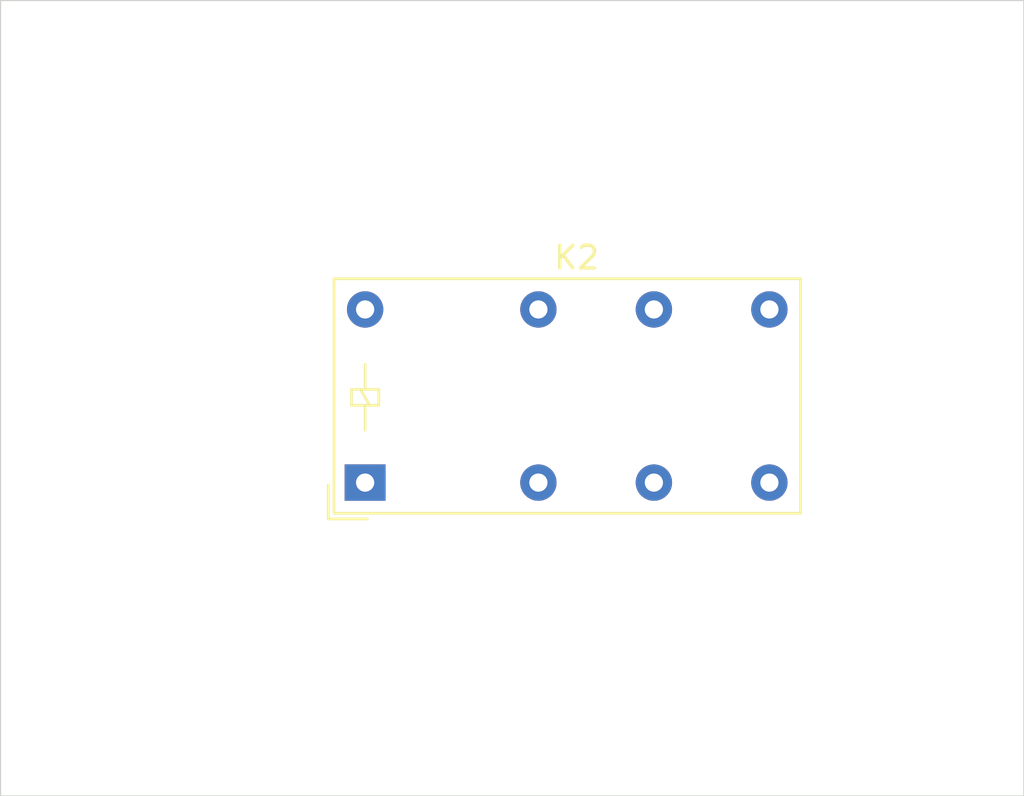
<source format=kicad_pcb>
(kicad_pcb (version 20240108) (generator "pcbnew") (generator_version "8.0")
  (layers (0 "F.Cu" signal) (31 "B.Cu" signal) (34 "B.Paste" user) (35 "F.Paste" user) (36 "B.SilkS" user "B.Silkscreen") (37 "F.SilkS" user "F.Silkscreen") (38 "B.Mask" user) (39 "F.Mask" user) (44 "Edge.Cuts" user))
  (net 0 "")
  (footprint "My-Library:TIANBO-HJR1-2CL-05V-footer" (layer "F.Cu") (at 140.0825 87.1375)
    (property "Reference" "K2" (at 9.3 -9.9 0) (layer "F.SilkS"))
    (property "Value" "TIANBO-HJR1-2CL-05V")
    (fp_line (start -1.62 1.6) (end -1.62 0.1) (stroke (width 0.12)) (layer "F.SilkS"))
    (fp_line (start -1.37 -8.97) (end 19.15 -8.97) (stroke (width 0.12)) (layer "F.SilkS"))
    (fp_line (start -1.37 1.35) (end -1.37 -8.97) (stroke (width 0.12)) (layer "F.SilkS"))
    (fp_line (start -0.6 -4.1) (end -0.6 -3.4) (stroke (width 0.12)) (layer "F.SilkS"))
    (fp_line (start -0.6 -3.4) (end 0.6 -3.4) (stroke (width 0.12)) (layer "F.SilkS"))
    (fp_line (start 0 -4.1) (end 0 -5.2) (stroke (width 0.12)) (layer "F.SilkS"))
    (fp_line (start 0 -3.4) (end 0 -2.3) (stroke (width 0.12)) (layer "F.SilkS"))
    (fp_line (start 0.1 1.6) (end -1.62 1.6) (stroke (width 0.12)) (layer "F.SilkS"))
    (fp_line (start 0.2 -3.4) (end -0.2 -4.1) (stroke (width 0.12)) (layer "F.SilkS"))
    (fp_line (start 0.6 -4.1) (end -0.6 -4.1) (stroke (width 0.12)) (layer "F.SilkS"))
    (fp_line (start 0.6 -3.4) (end 0.6 -4.1) (stroke (width 0.12)) (layer "F.SilkS"))
    (fp_line (start 19.15 -8.97) (end 19.15 1.35) (stroke (width 0.12)) (layer "F.SilkS"))
    (fp_line (start 19.15 1.35) (end -1.37 1.35) (stroke (width 0.12)) (layer "F.SilkS"))
    (pad "1" thru_hole circle (at 0 -7.62 90) (size 1.6 1.6) (drill 0.8) (layers "*.Cu" "*.Mask"))
    (pad "4" thru_hole circle (at 7.62 -7.62 90) (size 1.6 1.6) (drill 0.8) (layers "*.Cu" "*.Mask"))
    (pad "6" thru_hole circle (at 12.7 -7.62 90) (size 1.6 1.6) (drill 0.8) (layers "*.Cu" "*.Mask"))
    (pad "8" thru_hole circle (at 17.78 -7.62 180) (size 1.6 1.6) (drill 0.8) (layers "*.Cu" "*.Mask"))
    (pad "9" thru_hole circle (at 17.78 0 90) (size 1.6 1.6) (drill 0.8) (layers "*.Cu" "*.Mask"))
    (pad "11" thru_hole circle (at 12.7 0 90) (size 1.6 1.6) (drill 0.8) (layers "*.Cu" "*.Mask"))
    (pad "13" thru_hole circle (at 7.62 0 90) (size 1.6 1.6) (drill 0.8) (layers "*.Cu" "*.Mask"))
    (pad "16" thru_hole rect (at 0 0 90) (size 1.6 1.8) (drill 0.8) (layers "*.Cu" "*.Mask"))
  )
  (gr_line (start 124.05 65.925) (end 124.05 100.925) (stroke (width 0.05)) (layer "Edge.Cuts"))
  (gr_line (start 124.05 65.925) (end 169.05 65.925) (stroke (width 0.05)) (layer "Edge.Cuts"))
  (gr_line (start 124.05 100.925) (end 169.05 100.925) (stroke (width 0.05)) (layer "Edge.Cuts"))
  (gr_line (start 169.05 65.925) (end 169.05 100.925) (stroke (width 0.05)) (layer "Edge.Cuts"))
)
</source>
